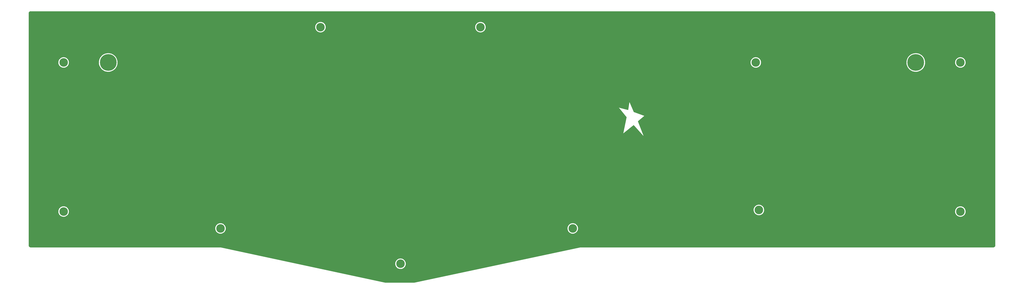
<source format=gbl>
G04 #@! TF.GenerationSoftware,KiCad,Pcbnew,(6.0.1-0)*
G04 #@! TF.CreationDate,2022-06-20T19:50:09-07:00*
G04 #@! TF.ProjectId,bottom,626f7474-6f6d-42e6-9b69-6361645f7063,rev?*
G04 #@! TF.SameCoordinates,Original*
G04 #@! TF.FileFunction,Copper,L2,Bot*
G04 #@! TF.FilePolarity,Positive*
%FSLAX46Y46*%
G04 Gerber Fmt 4.6, Leading zero omitted, Abs format (unit mm)*
G04 Created by KiCad (PCBNEW (6.0.1-0)) date 2022-06-20 19:50:09*
%MOMM*%
%LPD*%
G01*
G04 APERTURE LIST*
G04 #@! TA.AperFunction,ComponentPad*
%ADD10C,4.400000*%
G04 #@! TD*
G04 #@! TA.AperFunction,ComponentPad*
%ADD11C,8.600000*%
G04 #@! TD*
G04 APERTURE END LIST*
D10*
X234156250Y-233362500D03*
X376237500Y-251618750D03*
X151606250Y-233362500D03*
D11*
X42068750Y-251618750D03*
D10*
X100012500Y-337343750D03*
X481806250Y-328612500D03*
X192881250Y-355600000D03*
X281781250Y-337343750D03*
X481806250Y-251618750D03*
X19050000Y-328612500D03*
D11*
X458787500Y-251618750D03*
D10*
X19050000Y-251618750D03*
X377825000Y-327818750D03*
G04 #@! TA.AperFunction,NonConductor*
G36*
X497945057Y-225140750D02*
G01*
X497959858Y-225143055D01*
X497959861Y-225143055D01*
X497968730Y-225144436D01*
X497984999Y-225142309D01*
X498009567Y-225141516D01*
X498211266Y-225154736D01*
X498227606Y-225156887D01*
X498451733Y-225201468D01*
X498467654Y-225205734D01*
X498684043Y-225279189D01*
X498699269Y-225285496D01*
X498904217Y-225386565D01*
X498918491Y-225394806D01*
X499108497Y-225521764D01*
X499121572Y-225531797D01*
X499293386Y-225682473D01*
X499305027Y-225694114D01*
X499441330Y-225849539D01*
X499455703Y-225865928D01*
X499465736Y-225879003D01*
X499592694Y-226069009D01*
X499600935Y-226083283D01*
X499702004Y-226288231D01*
X499708311Y-226303457D01*
X499781766Y-226519846D01*
X499786032Y-226535767D01*
X499830613Y-226759894D01*
X499832764Y-226776234D01*
X499845514Y-226970768D01*
X499844489Y-226993804D01*
X499844446Y-226997354D01*
X499843064Y-227006230D01*
X499845524Y-227025039D01*
X499847186Y-227037751D01*
X499848250Y-227054089D01*
X499848250Y-346025672D01*
X499846750Y-346045056D01*
X499843064Y-346068730D01*
X499844718Y-346081375D01*
X499845302Y-346108692D01*
X499832811Y-346251472D01*
X499828998Y-346273096D01*
X499808632Y-346349104D01*
X499786001Y-346433564D01*
X499778489Y-346454202D01*
X499708282Y-346604760D01*
X499697300Y-346623780D01*
X499602015Y-346759862D01*
X499587897Y-346776687D01*
X499470437Y-346894147D01*
X499453612Y-346908265D01*
X499317530Y-347003550D01*
X499298510Y-347014532D01*
X499147952Y-347084739D01*
X499127315Y-347092250D01*
X498966846Y-347135248D01*
X498945225Y-347139060D01*
X498895330Y-347143426D01*
X498809331Y-347150949D01*
X498792871Y-347150396D01*
X498792866Y-347150805D01*
X498783892Y-347150695D01*
X498775020Y-347149314D01*
X498766118Y-347150478D01*
X498766115Y-347150478D01*
X498743499Y-347153436D01*
X498727161Y-347154500D01*
X285823103Y-347154500D01*
X285812169Y-347154025D01*
X285803277Y-347153251D01*
X285794532Y-347151211D01*
X285744786Y-347153968D01*
X285738669Y-347154307D01*
X285731697Y-347154500D01*
X285713523Y-347154500D01*
X285705824Y-347155603D01*
X285705264Y-347155683D01*
X285694376Y-347156762D01*
X285693352Y-347156819D01*
X285682897Y-347157398D01*
X285678140Y-347158411D01*
X285678125Y-347158413D01*
X285665715Y-347161056D01*
X285657338Y-347162546D01*
X285620063Y-347167884D01*
X285605955Y-347169905D01*
X285597781Y-347173621D01*
X285589168Y-347176140D01*
X285589099Y-347175904D01*
X285576490Y-347180058D01*
X199984487Y-365407986D01*
X199958242Y-365410750D01*
X185011118Y-365410750D01*
X184984639Y-365407936D01*
X139224225Y-355571585D01*
X190167948Y-355571585D01*
X190184186Y-355897759D01*
X190184827Y-355901490D01*
X190184828Y-355901498D01*
X190199359Y-355986060D01*
X190239491Y-356219619D01*
X190333064Y-356532504D01*
X190463547Y-356831881D01*
X190465470Y-356835152D01*
X190465472Y-356835156D01*
X190507834Y-356907215D01*
X190629052Y-357113414D01*
X190631353Y-357116429D01*
X190824881Y-357370012D01*
X190824886Y-357370017D01*
X190827181Y-357373025D01*
X191055064Y-357606953D01*
X191127885Y-357665607D01*
X191306446Y-357809431D01*
X191306451Y-357809435D01*
X191309399Y-357811809D01*
X191586503Y-357984627D01*
X191882362Y-358122903D01*
X192192690Y-358224634D01*
X192512992Y-358288346D01*
X192516764Y-358288633D01*
X192516772Y-358288634D01*
X192834852Y-358312829D01*
X192834857Y-358312829D01*
X192838629Y-358313116D01*
X193164883Y-358298586D01*
X193224675Y-358288634D01*
X193483287Y-358245590D01*
X193483292Y-358245589D01*
X193487028Y-358244967D01*
X193800399Y-358153034D01*
X193803866Y-358151544D01*
X193803870Y-358151543D01*
X194096971Y-358025616D01*
X194096973Y-358025615D01*
X194100455Y-358024119D01*
X194382851Y-357860091D01*
X194643495Y-357663324D01*
X194878613Y-357436670D01*
X195084799Y-357183410D01*
X195259065Y-356907215D01*
X195398888Y-356612084D01*
X195425438Y-356532504D01*
X195501040Y-356305897D01*
X195501042Y-356305891D01*
X195502242Y-356302293D01*
X195567631Y-355982329D01*
X195574206Y-355901498D01*
X195593924Y-355659061D01*
X195594106Y-355656826D01*
X195594701Y-355600000D01*
X195592760Y-355567796D01*
X195575276Y-355277793D01*
X195575276Y-355277789D01*
X195575048Y-355274015D01*
X195569900Y-355245824D01*
X195517055Y-354956473D01*
X195517054Y-354956469D01*
X195516375Y-354952751D01*
X195508972Y-354928907D01*
X195420654Y-354644477D01*
X195419532Y-354640863D01*
X195285920Y-354342869D01*
X195117476Y-354063084D01*
X195115149Y-354060100D01*
X195115144Y-354060093D01*
X194918976Y-353808558D01*
X194918974Y-353808556D01*
X194916640Y-353805563D01*
X194686320Y-353574034D01*
X194429853Y-353371852D01*
X194150955Y-353201945D01*
X194147511Y-353200379D01*
X194147507Y-353200377D01*
X194036917Y-353150095D01*
X193853664Y-353066775D01*
X193542287Y-352968300D01*
X193324742Y-352927390D01*
X193225059Y-352908645D01*
X193225057Y-352908645D01*
X193221336Y-352907945D01*
X192895458Y-352886586D01*
X192891678Y-352886794D01*
X192891677Y-352886794D01*
X192794147Y-352892162D01*
X192569374Y-352904532D01*
X192565647Y-352905193D01*
X192565643Y-352905193D01*
X192408590Y-352933027D01*
X192247807Y-352961522D01*
X192244191Y-352962624D01*
X192244183Y-352962626D01*
X191939039Y-353055627D01*
X191935417Y-353056731D01*
X191636727Y-353188781D01*
X191611291Y-353203914D01*
X191359324Y-353353817D01*
X191359318Y-353353821D01*
X191356064Y-353355757D01*
X191097494Y-353555243D01*
X190864763Y-353784347D01*
X190862399Y-353787314D01*
X190862396Y-353787317D01*
X190845470Y-353808558D01*
X190661241Y-354039751D01*
X190489876Y-354317757D01*
X190353152Y-354614336D01*
X190351991Y-354617940D01*
X190351991Y-354617941D01*
X190343446Y-354644477D01*
X190253047Y-354925192D01*
X190252329Y-354928903D01*
X190252328Y-354928907D01*
X190191732Y-355242105D01*
X190191731Y-355242114D01*
X190191013Y-355245824D01*
X190167948Y-355571585D01*
X139224225Y-355571585D01*
X100190162Y-347181085D01*
X100179463Y-347177480D01*
X100179261Y-347178139D01*
X100170673Y-347175513D01*
X100162552Y-347171701D01*
X100153690Y-347170321D01*
X100153686Y-347170320D01*
X100125023Y-347165858D01*
X100107871Y-347163187D01*
X100100822Y-347161882D01*
X100083595Y-347158179D01*
X100074673Y-347157558D01*
X100064041Y-347156363D01*
X100052077Y-347154500D01*
X100035118Y-347154500D01*
X100026369Y-347154196D01*
X99984150Y-347151257D01*
X99984147Y-347151257D01*
X99975192Y-347150634D01*
X99966420Y-347152550D01*
X99957471Y-347153202D01*
X99957459Y-347153036D01*
X99943892Y-347154500D01*
X2136828Y-347154500D01*
X2117443Y-347153000D01*
X2102642Y-347150695D01*
X2102639Y-347150695D01*
X2093770Y-347149314D01*
X2081122Y-347150968D01*
X2053808Y-347151552D01*
X1966052Y-347143875D01*
X1911025Y-347139060D01*
X1889404Y-347135248D01*
X1728935Y-347092250D01*
X1708298Y-347084739D01*
X1557740Y-347014532D01*
X1538720Y-347003550D01*
X1402638Y-346908265D01*
X1385813Y-346894147D01*
X1268353Y-346776687D01*
X1254235Y-346759862D01*
X1158950Y-346623780D01*
X1147968Y-346604760D01*
X1077761Y-346454202D01*
X1070249Y-346433564D01*
X1047618Y-346349104D01*
X1027252Y-346273096D01*
X1023439Y-346251472D01*
X1011846Y-346118954D01*
X1011871Y-346096716D01*
X1012263Y-346092340D01*
X1013071Y-346087539D01*
X1013224Y-346075000D01*
X1009273Y-346047412D01*
X1008000Y-346029549D01*
X1008000Y-337315335D01*
X97299198Y-337315335D01*
X97315436Y-337641509D01*
X97316077Y-337645240D01*
X97316078Y-337645248D01*
X97330609Y-337729810D01*
X97370741Y-337963369D01*
X97464314Y-338276254D01*
X97594797Y-338575631D01*
X97596720Y-338578902D01*
X97596722Y-338578906D01*
X97639084Y-338650965D01*
X97760302Y-338857164D01*
X97762603Y-338860179D01*
X97956131Y-339113762D01*
X97956136Y-339113767D01*
X97958431Y-339116775D01*
X98186314Y-339350703D01*
X98259135Y-339409357D01*
X98437696Y-339553181D01*
X98437701Y-339553185D01*
X98440649Y-339555559D01*
X98717753Y-339728377D01*
X99013612Y-339866653D01*
X99323940Y-339968384D01*
X99644242Y-340032096D01*
X99648014Y-340032383D01*
X99648022Y-340032384D01*
X99966102Y-340056579D01*
X99966107Y-340056579D01*
X99969879Y-340056866D01*
X100296133Y-340042336D01*
X100355925Y-340032384D01*
X100614537Y-339989340D01*
X100614542Y-339989339D01*
X100618278Y-339988717D01*
X100931649Y-339896784D01*
X100935116Y-339895294D01*
X100935120Y-339895293D01*
X101228221Y-339769366D01*
X101228223Y-339769365D01*
X101231705Y-339767869D01*
X101514101Y-339603841D01*
X101774745Y-339407074D01*
X102009863Y-339180420D01*
X102216049Y-338927160D01*
X102390315Y-338650965D01*
X102530138Y-338355834D01*
X102556688Y-338276254D01*
X102632290Y-338049647D01*
X102632292Y-338049641D01*
X102633492Y-338046043D01*
X102698881Y-337726079D01*
X102705456Y-337645248D01*
X102725174Y-337402811D01*
X102725356Y-337400576D01*
X102725951Y-337343750D01*
X102724238Y-337315335D01*
X279067948Y-337315335D01*
X279084186Y-337641509D01*
X279084827Y-337645240D01*
X279084828Y-337645248D01*
X279099359Y-337729810D01*
X279139491Y-337963369D01*
X279233064Y-338276254D01*
X279363547Y-338575631D01*
X279365470Y-338578902D01*
X279365472Y-338578906D01*
X279407834Y-338650965D01*
X279529052Y-338857164D01*
X279531353Y-338860179D01*
X279724881Y-339113762D01*
X279724886Y-339113767D01*
X279727181Y-339116775D01*
X279955064Y-339350703D01*
X280027885Y-339409357D01*
X280206446Y-339553181D01*
X280206451Y-339553185D01*
X280209399Y-339555559D01*
X280486503Y-339728377D01*
X280782362Y-339866653D01*
X281092690Y-339968384D01*
X281412992Y-340032096D01*
X281416764Y-340032383D01*
X281416772Y-340032384D01*
X281734852Y-340056579D01*
X281734857Y-340056579D01*
X281738629Y-340056866D01*
X282064883Y-340042336D01*
X282124675Y-340032384D01*
X282383287Y-339989340D01*
X282383292Y-339989339D01*
X282387028Y-339988717D01*
X282700399Y-339896784D01*
X282703866Y-339895294D01*
X282703870Y-339895293D01*
X282996971Y-339769366D01*
X282996973Y-339769365D01*
X283000455Y-339767869D01*
X283282851Y-339603841D01*
X283543495Y-339407074D01*
X283778613Y-339180420D01*
X283984799Y-338927160D01*
X284159065Y-338650965D01*
X284298888Y-338355834D01*
X284325438Y-338276254D01*
X284401040Y-338049647D01*
X284401042Y-338049641D01*
X284402242Y-338046043D01*
X284467631Y-337726079D01*
X284474206Y-337645248D01*
X284493924Y-337402811D01*
X284494106Y-337400576D01*
X284494701Y-337343750D01*
X284492760Y-337311546D01*
X284475276Y-337021543D01*
X284475276Y-337021539D01*
X284475048Y-337017765D01*
X284469900Y-336989574D01*
X284417055Y-336700223D01*
X284417054Y-336700219D01*
X284416375Y-336696501D01*
X284408972Y-336672657D01*
X284320654Y-336388227D01*
X284319532Y-336384613D01*
X284185920Y-336086619D01*
X284017476Y-335806834D01*
X284015149Y-335803850D01*
X284015144Y-335803843D01*
X283818976Y-335552308D01*
X283818974Y-335552306D01*
X283816640Y-335549313D01*
X283586320Y-335317784D01*
X283329853Y-335115602D01*
X283050955Y-334945695D01*
X283047511Y-334944129D01*
X283047507Y-334944127D01*
X282936917Y-334893845D01*
X282753664Y-334810525D01*
X282442287Y-334712050D01*
X282224742Y-334671140D01*
X282125059Y-334652395D01*
X282125057Y-334652395D01*
X282121336Y-334651695D01*
X281795458Y-334630336D01*
X281791678Y-334630544D01*
X281791677Y-334630544D01*
X281694147Y-334635912D01*
X281469374Y-334648282D01*
X281465647Y-334648943D01*
X281465643Y-334648943D01*
X281308591Y-334676777D01*
X281147807Y-334705272D01*
X281144191Y-334706374D01*
X281144183Y-334706376D01*
X280839039Y-334799377D01*
X280835417Y-334800481D01*
X280536727Y-334932531D01*
X280511291Y-334947664D01*
X280259324Y-335097567D01*
X280259318Y-335097571D01*
X280256064Y-335099507D01*
X279997494Y-335298993D01*
X279764763Y-335528097D01*
X279762399Y-335531064D01*
X279762396Y-335531067D01*
X279745470Y-335552308D01*
X279561241Y-335783501D01*
X279389876Y-336061507D01*
X279253152Y-336358086D01*
X279251991Y-336361690D01*
X279251991Y-336361691D01*
X279243446Y-336388227D01*
X279153047Y-336668942D01*
X279152329Y-336672653D01*
X279152328Y-336672657D01*
X279091732Y-336985855D01*
X279091731Y-336985864D01*
X279091013Y-336989574D01*
X279067948Y-337315335D01*
X102724238Y-337315335D01*
X102724010Y-337311546D01*
X102706526Y-337021543D01*
X102706526Y-337021539D01*
X102706298Y-337017765D01*
X102701150Y-336989574D01*
X102648305Y-336700223D01*
X102648304Y-336700219D01*
X102647625Y-336696501D01*
X102640222Y-336672657D01*
X102551904Y-336388227D01*
X102550782Y-336384613D01*
X102417170Y-336086619D01*
X102248726Y-335806834D01*
X102246399Y-335803850D01*
X102246394Y-335803843D01*
X102050226Y-335552308D01*
X102050224Y-335552306D01*
X102047890Y-335549313D01*
X101817570Y-335317784D01*
X101561103Y-335115602D01*
X101282205Y-334945695D01*
X101278761Y-334944129D01*
X101278757Y-334944127D01*
X101168167Y-334893845D01*
X100984914Y-334810525D01*
X100673537Y-334712050D01*
X100455992Y-334671140D01*
X100356309Y-334652395D01*
X100356307Y-334652395D01*
X100352586Y-334651695D01*
X100026708Y-334630336D01*
X100022928Y-334630544D01*
X100022927Y-334630544D01*
X99925397Y-334635912D01*
X99700624Y-334648282D01*
X99696897Y-334648943D01*
X99696893Y-334648943D01*
X99539841Y-334676777D01*
X99379057Y-334705272D01*
X99375441Y-334706374D01*
X99375433Y-334706376D01*
X99070289Y-334799377D01*
X99066667Y-334800481D01*
X98767977Y-334932531D01*
X98742541Y-334947664D01*
X98490574Y-335097567D01*
X98490568Y-335097571D01*
X98487314Y-335099507D01*
X98228744Y-335298993D01*
X97996013Y-335528097D01*
X97993649Y-335531064D01*
X97993646Y-335531067D01*
X97976720Y-335552308D01*
X97792491Y-335783501D01*
X97621126Y-336061507D01*
X97484402Y-336358086D01*
X97483241Y-336361690D01*
X97483241Y-336361691D01*
X97474696Y-336388227D01*
X97384297Y-336668942D01*
X97383579Y-336672653D01*
X97383578Y-336672657D01*
X97322982Y-336985855D01*
X97322981Y-336985864D01*
X97322263Y-336989574D01*
X97299198Y-337315335D01*
X1008000Y-337315335D01*
X1008000Y-328584085D01*
X16336698Y-328584085D01*
X16336887Y-328587877D01*
X16348803Y-328827232D01*
X16352936Y-328910259D01*
X16353577Y-328913990D01*
X16353578Y-328913998D01*
X16390553Y-329129178D01*
X16408241Y-329232119D01*
X16409329Y-329235758D01*
X16409330Y-329235761D01*
X16439063Y-329335179D01*
X16501814Y-329545004D01*
X16503327Y-329548475D01*
X16503329Y-329548481D01*
X16551086Y-329658053D01*
X16632297Y-329844381D01*
X16634220Y-329847652D01*
X16634222Y-329847656D01*
X16676584Y-329919715D01*
X16797802Y-330125914D01*
X16800103Y-330128929D01*
X16993631Y-330382512D01*
X16993636Y-330382517D01*
X16995931Y-330385525D01*
X17057931Y-330449170D01*
X17113640Y-330506356D01*
X17223814Y-330619453D01*
X17296635Y-330678107D01*
X17475196Y-330821931D01*
X17475201Y-330821935D01*
X17478149Y-330824309D01*
X17755253Y-330997127D01*
X18051112Y-331135403D01*
X18361440Y-331237134D01*
X18681742Y-331300846D01*
X18685514Y-331301133D01*
X18685522Y-331301134D01*
X19003602Y-331325329D01*
X19003607Y-331325329D01*
X19007379Y-331325616D01*
X19333633Y-331311086D01*
X19393425Y-331301134D01*
X19652037Y-331258090D01*
X19652042Y-331258089D01*
X19655778Y-331257467D01*
X19969149Y-331165534D01*
X19972616Y-331164044D01*
X19972620Y-331164043D01*
X20265721Y-331038116D01*
X20265723Y-331038115D01*
X20269205Y-331036619D01*
X20551601Y-330872591D01*
X20812245Y-330675824D01*
X20976476Y-330517505D01*
X21044632Y-330451803D01*
X21044635Y-330451800D01*
X21047363Y-330449170D01*
X21214100Y-330244366D01*
X21251155Y-330198851D01*
X21251158Y-330198847D01*
X21253549Y-330195910D01*
X21299776Y-330122644D01*
X21425788Y-329922928D01*
X21425790Y-329922925D01*
X21427815Y-329919715D01*
X21444567Y-329884357D01*
X21497726Y-329772150D01*
X21567638Y-329624584D01*
X21568840Y-329620982D01*
X21669790Y-329318397D01*
X21669792Y-329318391D01*
X21670992Y-329314793D01*
X21736381Y-328994829D01*
X21742956Y-328913998D01*
X21754798Y-328768399D01*
X21762856Y-328669326D01*
X21763451Y-328612500D01*
X21761510Y-328580296D01*
X21744026Y-328290293D01*
X21744026Y-328290289D01*
X21743798Y-328286515D01*
X21738650Y-328258324D01*
X21685805Y-327968973D01*
X21685804Y-327968969D01*
X21685125Y-327965251D01*
X21677722Y-327941407D01*
X21630813Y-327790335D01*
X375111698Y-327790335D01*
X375127936Y-328116509D01*
X375128577Y-328120240D01*
X375128578Y-328120248D01*
X375156508Y-328282789D01*
X375183241Y-328438369D01*
X375184329Y-328442008D01*
X375184330Y-328442011D01*
X375252981Y-328671561D01*
X375276814Y-328751254D01*
X375407297Y-329050631D01*
X375409220Y-329053902D01*
X375409222Y-329053906D01*
X375451584Y-329125965D01*
X375572802Y-329332164D01*
X375575103Y-329335179D01*
X375768631Y-329588762D01*
X375768636Y-329588767D01*
X375770931Y-329591775D01*
X375998814Y-329825703D01*
X376071635Y-329884357D01*
X376250196Y-330028181D01*
X376250201Y-330028185D01*
X376253149Y-330030559D01*
X376530253Y-330203377D01*
X376826112Y-330341653D01*
X377136440Y-330443384D01*
X377456742Y-330507096D01*
X377460514Y-330507383D01*
X377460522Y-330507384D01*
X377778602Y-330531579D01*
X377778607Y-330531579D01*
X377782379Y-330531866D01*
X378108633Y-330517336D01*
X378168425Y-330507384D01*
X378427037Y-330464340D01*
X378427042Y-330464339D01*
X378430778Y-330463717D01*
X378744149Y-330371784D01*
X378747616Y-330370294D01*
X378747620Y-330370293D01*
X379040721Y-330244366D01*
X379040723Y-330244365D01*
X379044205Y-330242869D01*
X379326601Y-330078841D01*
X379587245Y-329882074D01*
X379822363Y-329655420D01*
X380028549Y-329402160D01*
X380074776Y-329328894D01*
X380200788Y-329129178D01*
X380200790Y-329129175D01*
X380202815Y-329125965D01*
X380342638Y-328830834D01*
X380369188Y-328751254D01*
X380424960Y-328584085D01*
X479092948Y-328584085D01*
X479093137Y-328587877D01*
X479105053Y-328827232D01*
X479109186Y-328910259D01*
X479109827Y-328913990D01*
X479109828Y-328913998D01*
X479146803Y-329129178D01*
X479164491Y-329232119D01*
X479165579Y-329235758D01*
X479165580Y-329235761D01*
X479195313Y-329335179D01*
X479258064Y-329545004D01*
X479259577Y-329548475D01*
X479259579Y-329548481D01*
X479307336Y-329658053D01*
X479388547Y-329844381D01*
X479390470Y-329847652D01*
X479390472Y-329847656D01*
X479432834Y-329919715D01*
X479554052Y-330125914D01*
X479556353Y-330128929D01*
X479749881Y-330382512D01*
X479749886Y-330382517D01*
X479752181Y-330385525D01*
X479814181Y-330449170D01*
X479869890Y-330506356D01*
X479980064Y-330619453D01*
X480052885Y-330678107D01*
X480231446Y-330821931D01*
X480231451Y-330821935D01*
X480234399Y-330824309D01*
X480511503Y-330997127D01*
X480807362Y-331135403D01*
X481117690Y-331237134D01*
X481437992Y-331300846D01*
X481441764Y-331301133D01*
X481441772Y-331301134D01*
X481759852Y-331325329D01*
X481759857Y-331325329D01*
X481763629Y-331325616D01*
X482089883Y-331311086D01*
X482149675Y-331301134D01*
X482408287Y-331258090D01*
X482408292Y-331258089D01*
X482412028Y-331257467D01*
X482725399Y-331165534D01*
X482728866Y-331164044D01*
X482728870Y-331164043D01*
X483021971Y-331038116D01*
X483021973Y-331038115D01*
X483025455Y-331036619D01*
X483307851Y-330872591D01*
X483568495Y-330675824D01*
X483732726Y-330517505D01*
X483800882Y-330451803D01*
X483800885Y-330451800D01*
X483803613Y-330449170D01*
X483970350Y-330244366D01*
X484007405Y-330198851D01*
X484007408Y-330198847D01*
X484009799Y-330195910D01*
X484056026Y-330122644D01*
X484182038Y-329922928D01*
X484182040Y-329922925D01*
X484184065Y-329919715D01*
X484200817Y-329884357D01*
X484253977Y-329772149D01*
X484323888Y-329624584D01*
X484325090Y-329620982D01*
X484426040Y-329318397D01*
X484426042Y-329318391D01*
X484427242Y-329314793D01*
X484492631Y-328994829D01*
X484499206Y-328913998D01*
X484511048Y-328768399D01*
X484519106Y-328669326D01*
X484519701Y-328612500D01*
X484517760Y-328580296D01*
X484500276Y-328290293D01*
X484500276Y-328290289D01*
X484500048Y-328286515D01*
X484494900Y-328258324D01*
X484442055Y-327968973D01*
X484442054Y-327968969D01*
X484441375Y-327965251D01*
X484433972Y-327941407D01*
X484345654Y-327656977D01*
X484344532Y-327653363D01*
X484210920Y-327355369D01*
X484042476Y-327075584D01*
X484040149Y-327072600D01*
X484040144Y-327072593D01*
X483843976Y-326821058D01*
X483843974Y-326821056D01*
X483841640Y-326818063D01*
X483611320Y-326586534D01*
X483354853Y-326384352D01*
X483075955Y-326214445D01*
X483072511Y-326212879D01*
X483072507Y-326212877D01*
X482961917Y-326162595D01*
X482778664Y-326079275D01*
X482467287Y-325980800D01*
X482249742Y-325939890D01*
X482150059Y-325921145D01*
X482150057Y-325921145D01*
X482146336Y-325920445D01*
X481820458Y-325899086D01*
X481816678Y-325899294D01*
X481816677Y-325899294D01*
X481719147Y-325904662D01*
X481494374Y-325917032D01*
X481490647Y-325917693D01*
X481490643Y-325917693D01*
X481333590Y-325945527D01*
X481172807Y-325974022D01*
X481169191Y-325975124D01*
X481169183Y-325975126D01*
X480997970Y-326027308D01*
X480860417Y-326069231D01*
X480561727Y-326201281D01*
X480536291Y-326216414D01*
X480284324Y-326366317D01*
X480284318Y-326366321D01*
X480281064Y-326368257D01*
X480278062Y-326370573D01*
X480030432Y-326561619D01*
X480022494Y-326567743D01*
X479789763Y-326796847D01*
X479787399Y-326799814D01*
X479787396Y-326799817D01*
X479760885Y-326833086D01*
X479586241Y-327052251D01*
X479414876Y-327330257D01*
X479413287Y-327333704D01*
X479338218Y-327496543D01*
X479278152Y-327626836D01*
X479276991Y-327630440D01*
X479276991Y-327630441D01*
X479268446Y-327656977D01*
X479178047Y-327937692D01*
X479177329Y-327941403D01*
X479177328Y-327941407D01*
X479116732Y-328254605D01*
X479116731Y-328254614D01*
X479116013Y-328258324D01*
X479115746Y-328262100D01*
X479115745Y-328262105D01*
X479097156Y-328524647D01*
X479092948Y-328584085D01*
X380424960Y-328584085D01*
X380444790Y-328524647D01*
X380444792Y-328524641D01*
X380445992Y-328521043D01*
X380511381Y-328201079D01*
X380517956Y-328120248D01*
X380537674Y-327877811D01*
X380537856Y-327875576D01*
X380538451Y-327818750D01*
X380536510Y-327786546D01*
X380519026Y-327496543D01*
X380519026Y-327496539D01*
X380518798Y-327492765D01*
X380513650Y-327464574D01*
X380460805Y-327175223D01*
X380460804Y-327175219D01*
X380460125Y-327171501D01*
X380452722Y-327147657D01*
X380364404Y-326863227D01*
X380363282Y-326859613D01*
X380229670Y-326561619D01*
X380061226Y-326281834D01*
X380058899Y-326278850D01*
X380058894Y-326278843D01*
X379862726Y-326027308D01*
X379862724Y-326027306D01*
X379860390Y-326024313D01*
X379630070Y-325792784D01*
X379373603Y-325590602D01*
X379094705Y-325420695D01*
X379091261Y-325419129D01*
X379091257Y-325419127D01*
X378980667Y-325368845D01*
X378797414Y-325285525D01*
X378486037Y-325187050D01*
X378268492Y-325146140D01*
X378168809Y-325127395D01*
X378168807Y-325127395D01*
X378165086Y-325126695D01*
X377839208Y-325105336D01*
X377835428Y-325105544D01*
X377835427Y-325105544D01*
X377737897Y-325110912D01*
X377513124Y-325123282D01*
X377509397Y-325123943D01*
X377509393Y-325123943D01*
X377352341Y-325151777D01*
X377191557Y-325180272D01*
X377187941Y-325181374D01*
X377187933Y-325181376D01*
X376882789Y-325274377D01*
X376879167Y-325275481D01*
X376580477Y-325407531D01*
X376555041Y-325422664D01*
X376303074Y-325572567D01*
X376303068Y-325572571D01*
X376299814Y-325574507D01*
X376041244Y-325773993D01*
X376038534Y-325776661D01*
X375895941Y-325917032D01*
X375808513Y-326003097D01*
X375806149Y-326006064D01*
X375806146Y-326006067D01*
X375607356Y-326255533D01*
X375604991Y-326258501D01*
X375433626Y-326536507D01*
X375296902Y-326833086D01*
X375295741Y-326836690D01*
X375295741Y-326836691D01*
X375287196Y-326863227D01*
X375196797Y-327143942D01*
X375196079Y-327147653D01*
X375196078Y-327147657D01*
X375135482Y-327460855D01*
X375135481Y-327460864D01*
X375134763Y-327464574D01*
X375111698Y-327790335D01*
X21630813Y-327790335D01*
X21589404Y-327656977D01*
X21588282Y-327653363D01*
X21454670Y-327355369D01*
X21286226Y-327075584D01*
X21283899Y-327072600D01*
X21283894Y-327072593D01*
X21087726Y-326821058D01*
X21087724Y-326821056D01*
X21085390Y-326818063D01*
X20855070Y-326586534D01*
X20598603Y-326384352D01*
X20319705Y-326214445D01*
X20316261Y-326212879D01*
X20316257Y-326212877D01*
X20205667Y-326162595D01*
X20022414Y-326079275D01*
X19711037Y-325980800D01*
X19493492Y-325939890D01*
X19393809Y-325921145D01*
X19393807Y-325921145D01*
X19390086Y-325920445D01*
X19064208Y-325899086D01*
X19060428Y-325899294D01*
X19060427Y-325899294D01*
X18962897Y-325904662D01*
X18738124Y-325917032D01*
X18734397Y-325917693D01*
X18734393Y-325917693D01*
X18577341Y-325945527D01*
X18416557Y-325974022D01*
X18412941Y-325975124D01*
X18412933Y-325975126D01*
X18241720Y-326027308D01*
X18104167Y-326069231D01*
X17805477Y-326201281D01*
X17780041Y-326216414D01*
X17528074Y-326366317D01*
X17528068Y-326366321D01*
X17524814Y-326368257D01*
X17521812Y-326370573D01*
X17274182Y-326561619D01*
X17266244Y-326567743D01*
X17033513Y-326796847D01*
X17031149Y-326799814D01*
X17031146Y-326799817D01*
X17004635Y-326833086D01*
X16829991Y-327052251D01*
X16658626Y-327330257D01*
X16657037Y-327333704D01*
X16581968Y-327496543D01*
X16521902Y-327626836D01*
X16520741Y-327630440D01*
X16520741Y-327630441D01*
X16512196Y-327656977D01*
X16421797Y-327937692D01*
X16421079Y-327941403D01*
X16421078Y-327941407D01*
X16360482Y-328254605D01*
X16360481Y-328254614D01*
X16359763Y-328258324D01*
X16359496Y-328262100D01*
X16359495Y-328262105D01*
X16340906Y-328524647D01*
X16336698Y-328584085D01*
X1008000Y-328584085D01*
X1008000Y-274930000D01*
X305610000Y-274930000D01*
X309533332Y-279834165D01*
X309560268Y-279899854D01*
X309558502Y-279937559D01*
X307910000Y-288190000D01*
X307932199Y-288172233D01*
X313126884Y-284014528D01*
X313192566Y-283987577D01*
X313262392Y-284000415D01*
X313299523Y-284028888D01*
X318400000Y-289730000D01*
X315452136Y-282033898D01*
X315446449Y-281963132D01*
X315479924Y-281900523D01*
X315488848Y-281892277D01*
X318686117Y-279211640D01*
X318686117Y-279211639D01*
X318700000Y-279200000D01*
X317138770Y-278636790D01*
X313400175Y-277288100D01*
X313342884Y-277246168D01*
X313328072Y-277221376D01*
X311057447Y-272186514D01*
X311050000Y-272170000D01*
X310566765Y-274938250D01*
X310373593Y-276044848D01*
X310342175Y-276108515D01*
X310281323Y-276145088D01*
X310217341Y-276145016D01*
X305627515Y-274934619D01*
X305610000Y-274930000D01*
X1008000Y-274930000D01*
X1008000Y-251590335D01*
X16336698Y-251590335D01*
X16336887Y-251594127D01*
X16350654Y-251870661D01*
X16352936Y-251916509D01*
X16353577Y-251920240D01*
X16353578Y-251920248D01*
X16368109Y-252004810D01*
X16408241Y-252238369D01*
X16409329Y-252242008D01*
X16409330Y-252242011D01*
X16439842Y-252344034D01*
X16501814Y-252551254D01*
X16503327Y-252554725D01*
X16503329Y-252554731D01*
X16575612Y-252720575D01*
X16632297Y-252850631D01*
X16634220Y-252853902D01*
X16634222Y-252853906D01*
X16676584Y-252925965D01*
X16797802Y-253132164D01*
X16800103Y-253135179D01*
X16993631Y-253388762D01*
X16993636Y-253388767D01*
X16995931Y-253391775D01*
X17057931Y-253455420D01*
X17173352Y-253573902D01*
X17223814Y-253625703D01*
X17296635Y-253684357D01*
X17475196Y-253828181D01*
X17475201Y-253828185D01*
X17478149Y-253830559D01*
X17755253Y-254003377D01*
X18051112Y-254141653D01*
X18361440Y-254243384D01*
X18681742Y-254307096D01*
X18685514Y-254307383D01*
X18685522Y-254307384D01*
X19003602Y-254331579D01*
X19003607Y-254331579D01*
X19007379Y-254331866D01*
X19333633Y-254317336D01*
X19393425Y-254307384D01*
X19652037Y-254264340D01*
X19652042Y-254264339D01*
X19655778Y-254263717D01*
X19969149Y-254171784D01*
X19972616Y-254170294D01*
X19972620Y-254170293D01*
X20265721Y-254044366D01*
X20265723Y-254044365D01*
X20269205Y-254042869D01*
X20551601Y-253878841D01*
X20812245Y-253682074D01*
X20966995Y-253532895D01*
X21044632Y-253458053D01*
X21044635Y-253458050D01*
X21047363Y-253455420D01*
X21253549Y-253202160D01*
X21427815Y-252925965D01*
X21567638Y-252630834D01*
X21594188Y-252551254D01*
X21669790Y-252324647D01*
X21669792Y-252324641D01*
X21670992Y-252321043D01*
X21736381Y-252001079D01*
X21742956Y-251920248D01*
X21762674Y-251677811D01*
X21762856Y-251675576D01*
X21763451Y-251618750D01*
X21761510Y-251586546D01*
X21755855Y-251492751D01*
X37257052Y-251492751D01*
X37264901Y-251920983D01*
X37310786Y-252346821D01*
X37394344Y-252766894D01*
X37514913Y-253177877D01*
X37515940Y-253180490D01*
X37515940Y-253180491D01*
X37654401Y-253532895D01*
X37671539Y-253576515D01*
X37672794Y-253579026D01*
X37840911Y-253915481D01*
X37862981Y-253959651D01*
X38087724Y-254324252D01*
X38343989Y-254667432D01*
X38345850Y-254669510D01*
X38345851Y-254669511D01*
X38627877Y-254984387D01*
X38627883Y-254984393D01*
X38629745Y-254986472D01*
X38942731Y-255278848D01*
X39280469Y-255542243D01*
X39640283Y-255774572D01*
X39642762Y-255775876D01*
X39642765Y-255775878D01*
X40016827Y-255972682D01*
X40016833Y-255972685D01*
X40019327Y-255973997D01*
X40021925Y-255975081D01*
X40021929Y-255975083D01*
X40412013Y-256137859D01*
X40412018Y-256137861D01*
X40414597Y-256138937D01*
X40417262Y-256139780D01*
X40417268Y-256139782D01*
X40639311Y-256210004D01*
X40822964Y-256268086D01*
X41241196Y-256360423D01*
X41243970Y-256360781D01*
X41243971Y-256360781D01*
X41663210Y-256414859D01*
X41663217Y-256414860D01*
X41665980Y-256415216D01*
X41668767Y-256415326D01*
X41668773Y-256415326D01*
X41916988Y-256425078D01*
X42093953Y-256432031D01*
X42096745Y-256431892D01*
X42096750Y-256431892D01*
X42518922Y-256410875D01*
X42518931Y-256410874D01*
X42521726Y-256410735D01*
X42524503Y-256410347D01*
X42524505Y-256410347D01*
X42598816Y-256399969D01*
X42945913Y-256351497D01*
X43363154Y-256254786D01*
X43577057Y-256184665D01*
X43767494Y-256122237D01*
X43767500Y-256122235D01*
X43770147Y-256121367D01*
X44163668Y-255952297D01*
X44540602Y-255748914D01*
X44897964Y-255512830D01*
X45232925Y-255245912D01*
X45542832Y-254950275D01*
X45544669Y-254948181D01*
X45544677Y-254948172D01*
X45823385Y-254630366D01*
X45825232Y-254628260D01*
X46077889Y-254282416D01*
X46089789Y-254262651D01*
X46297351Y-253917892D01*
X46297356Y-253917883D01*
X46298802Y-253915481D01*
X46486221Y-253530361D01*
X46619474Y-253180491D01*
X46637668Y-253132721D01*
X46637670Y-253132714D01*
X46638664Y-253130105D01*
X46754923Y-252717882D01*
X46771970Y-252627232D01*
X46833561Y-252299704D01*
X46833563Y-252299692D01*
X46834077Y-252296957D01*
X46875500Y-251870661D01*
X46876944Y-251815530D01*
X46882039Y-251620984D01*
X46882039Y-251620970D01*
X46882097Y-251618750D01*
X46880832Y-251590335D01*
X373524198Y-251590335D01*
X373524387Y-251594127D01*
X373538154Y-251870661D01*
X373540436Y-251916509D01*
X373541077Y-251920240D01*
X373541078Y-251920248D01*
X373555609Y-252004810D01*
X373595741Y-252238369D01*
X373596829Y-252242008D01*
X373596830Y-252242011D01*
X373627342Y-252344034D01*
X373689314Y-252551254D01*
X373690827Y-252554725D01*
X373690829Y-252554731D01*
X373763112Y-252720575D01*
X373819797Y-252850631D01*
X373821720Y-252853902D01*
X373821722Y-252853906D01*
X373864084Y-252925965D01*
X373985302Y-253132164D01*
X373987603Y-253135179D01*
X374181131Y-253388762D01*
X374181136Y-253388767D01*
X374183431Y-253391775D01*
X374245431Y-253455420D01*
X374360852Y-253573902D01*
X374411314Y-253625703D01*
X374484135Y-253684357D01*
X374662696Y-253828181D01*
X374662701Y-253828185D01*
X374665649Y-253830559D01*
X374942753Y-254003377D01*
X375238612Y-254141653D01*
X375548940Y-254243384D01*
X375869242Y-254307096D01*
X375873014Y-254307383D01*
X375873022Y-254307384D01*
X376191102Y-254331579D01*
X376191107Y-254331579D01*
X376194879Y-254331866D01*
X376521133Y-254317336D01*
X376580925Y-254307384D01*
X376839537Y-254264340D01*
X376839542Y-254264339D01*
X376843278Y-254263717D01*
X377156649Y-254171784D01*
X377160116Y-254170294D01*
X377160120Y-254170293D01*
X377453221Y-254044366D01*
X377453223Y-254044365D01*
X377456705Y-254042869D01*
X377739101Y-253878841D01*
X377999745Y-253682074D01*
X378154495Y-253532895D01*
X378232132Y-253458053D01*
X378232135Y-253458050D01*
X378234863Y-253455420D01*
X378441049Y-253202160D01*
X378615315Y-252925965D01*
X378755138Y-252630834D01*
X378781688Y-252551254D01*
X378857290Y-252324647D01*
X378857292Y-252324641D01*
X378858492Y-252321043D01*
X378923881Y-252001079D01*
X378930456Y-251920248D01*
X378950174Y-251677811D01*
X378950356Y-251675576D01*
X378950951Y-251618750D01*
X378949010Y-251586546D01*
X378943355Y-251492751D01*
X453975802Y-251492751D01*
X453983651Y-251920983D01*
X454029536Y-252346821D01*
X454113094Y-252766894D01*
X454233663Y-253177877D01*
X454234690Y-253180490D01*
X454234690Y-253180491D01*
X454373151Y-253532895D01*
X454390289Y-253576515D01*
X454391544Y-253579026D01*
X454559661Y-253915481D01*
X454581731Y-253959651D01*
X454806474Y-254324252D01*
X455062739Y-254667432D01*
X455064600Y-254669510D01*
X455064601Y-254669511D01*
X455346627Y-254984387D01*
X455346633Y-254984393D01*
X455348495Y-254986472D01*
X455661481Y-255278848D01*
X455999219Y-255542243D01*
X456359033Y-255774572D01*
X456361512Y-255775876D01*
X456361515Y-255775878D01*
X456735577Y-255972682D01*
X456735583Y-255972685D01*
X456738077Y-255973997D01*
X456740675Y-255975081D01*
X456740679Y-255975083D01*
X457130763Y-256137859D01*
X457130768Y-256137861D01*
X457133347Y-256138937D01*
X457136012Y-256139780D01*
X457136018Y-256139782D01*
X457358061Y-256210004D01*
X457541714Y-256268086D01*
X457959946Y-256360423D01*
X457962720Y-256360781D01*
X457962721Y-256360781D01*
X458381960Y-256414859D01*
X458381967Y-256414860D01*
X458384730Y-256415216D01*
X458387517Y-256415326D01*
X458387523Y-256415326D01*
X458635738Y-256425078D01*
X458812703Y-256432031D01*
X458815495Y-256431892D01*
X458815500Y-256431892D01*
X459237672Y-256410875D01*
X459237681Y-256410874D01*
X459240476Y-256410735D01*
X459243253Y-256410347D01*
X459243255Y-256410347D01*
X459317566Y-256399969D01*
X459664663Y-256351497D01*
X460081904Y-256254786D01*
X460295807Y-256184665D01*
X460486244Y-256122237D01*
X460486250Y-256122235D01*
X460488897Y-256121367D01*
X460882418Y-255952297D01*
X461259352Y-255748914D01*
X461616714Y-255512830D01*
X461951675Y-255245912D01*
X462261582Y-254950275D01*
X462263419Y-254948181D01*
X462263427Y-254948172D01*
X462542135Y-254630366D01*
X462543982Y-254628260D01*
X462796639Y-254282416D01*
X462808539Y-254262651D01*
X463016101Y-253917892D01*
X463016106Y-253917883D01*
X463017552Y-253915481D01*
X463204971Y-253530361D01*
X463338224Y-253180491D01*
X463356418Y-253132721D01*
X463356420Y-253132714D01*
X463357414Y-253130105D01*
X463473673Y-252717882D01*
X463490720Y-252627232D01*
X463552311Y-252299704D01*
X463552313Y-252299692D01*
X463552827Y-252296957D01*
X463594250Y-251870661D01*
X463595694Y-251815530D01*
X463600789Y-251620984D01*
X463600789Y-251620970D01*
X463600847Y-251618750D01*
X463599582Y-251590335D01*
X479092948Y-251590335D01*
X479093137Y-251594127D01*
X479106904Y-251870661D01*
X479109186Y-251916509D01*
X479109827Y-251920240D01*
X479109828Y-251920248D01*
X479124359Y-252004810D01*
X479164491Y-252238369D01*
X479165579Y-252242008D01*
X479165580Y-252242011D01*
X479196092Y-252344034D01*
X479258064Y-252551254D01*
X479259577Y-252554725D01*
X479259579Y-252554731D01*
X479331862Y-252720575D01*
X479388547Y-252850631D01*
X479390470Y-252853902D01*
X479390472Y-252853906D01*
X479432834Y-252925965D01*
X479554052Y-253132164D01*
X479556353Y-253135179D01*
X479749881Y-253388762D01*
X479749886Y-253388767D01*
X479752181Y-253391775D01*
X479814181Y-253455420D01*
X479929602Y-253573902D01*
X479980064Y-253625703D01*
X480052885Y-253684357D01*
X480231446Y-253828181D01*
X480231451Y-253828185D01*
X480234399Y-253830559D01*
X480511503Y-254003377D01*
X480807362Y-254141653D01*
X481117690Y-254243384D01*
X481437992Y-254307096D01*
X481441764Y-254307383D01*
X481441772Y-254307384D01*
X481759852Y-254331579D01*
X481759857Y-254331579D01*
X481763629Y-254331866D01*
X482089883Y-254317336D01*
X482149675Y-254307384D01*
X482408287Y-254264340D01*
X482408292Y-254264339D01*
X482412028Y-254263717D01*
X482725399Y-254171784D01*
X482728866Y-254170294D01*
X482728870Y-254170293D01*
X483021971Y-254044366D01*
X483021973Y-254044365D01*
X483025455Y-254042869D01*
X483307851Y-253878841D01*
X483568495Y-253682074D01*
X483723245Y-253532895D01*
X483800882Y-253458053D01*
X483800885Y-253458050D01*
X483803613Y-253455420D01*
X484009799Y-253202160D01*
X484184065Y-252925965D01*
X484323888Y-252630834D01*
X484350438Y-252551254D01*
X484426040Y-252324647D01*
X484426042Y-252324641D01*
X484427242Y-252321043D01*
X484492631Y-252001079D01*
X484499206Y-251920248D01*
X484518924Y-251677811D01*
X484519106Y-251675576D01*
X484519701Y-251618750D01*
X484517760Y-251586546D01*
X484500276Y-251296543D01*
X484500276Y-251296539D01*
X484500048Y-251292765D01*
X484494900Y-251264574D01*
X484442055Y-250975223D01*
X484442054Y-250975219D01*
X484441375Y-250971501D01*
X484433972Y-250947657D01*
X484345654Y-250663227D01*
X484344532Y-250659613D01*
X484210920Y-250361619D01*
X484042476Y-250081834D01*
X484040149Y-250078850D01*
X484040144Y-250078843D01*
X483843976Y-249827308D01*
X483843974Y-249827306D01*
X483841640Y-249824313D01*
X483611320Y-249592784D01*
X483354853Y-249390602D01*
X483075955Y-249220695D01*
X483072511Y-249219129D01*
X483072507Y-249219127D01*
X482956117Y-249166208D01*
X482778664Y-249085525D01*
X482467287Y-248987050D01*
X482249742Y-248946140D01*
X482150059Y-248927395D01*
X482150057Y-248927395D01*
X482146336Y-248926695D01*
X481820458Y-248905336D01*
X481816678Y-248905544D01*
X481816677Y-248905544D01*
X481719147Y-248910912D01*
X481494374Y-248923282D01*
X481490647Y-248923943D01*
X481490643Y-248923943D01*
X481333591Y-248951777D01*
X481172807Y-248980272D01*
X481169191Y-248981374D01*
X481169183Y-248981376D01*
X480864039Y-249074377D01*
X480860417Y-249075481D01*
X480561727Y-249207531D01*
X480536291Y-249222664D01*
X480284324Y-249372567D01*
X480284318Y-249372571D01*
X480281064Y-249374507D01*
X480278062Y-249376823D01*
X480054716Y-249549134D01*
X480022494Y-249573993D01*
X479789763Y-249803097D01*
X479787399Y-249806064D01*
X479787396Y-249806067D01*
X479588606Y-250055533D01*
X479586241Y-250058501D01*
X479414876Y-250336507D01*
X479278152Y-250633086D01*
X479276991Y-250636690D01*
X479276991Y-250636691D01*
X479268446Y-250663227D01*
X479178047Y-250943942D01*
X479177329Y-250947653D01*
X479177328Y-250947657D01*
X479116732Y-251260855D01*
X479116731Y-251260864D01*
X479116013Y-251264574D01*
X479092948Y-251590335D01*
X463599582Y-251590335D01*
X463581791Y-251190871D01*
X463524775Y-250766380D01*
X463500617Y-250659613D01*
X463430868Y-250351368D01*
X463430868Y-250351367D01*
X463430250Y-250348637D01*
X463345379Y-250085087D01*
X463299818Y-249943606D01*
X463299816Y-249943599D01*
X463298963Y-249940952D01*
X463180817Y-249661940D01*
X463133050Y-249549134D01*
X463133048Y-249549129D01*
X463131956Y-249546551D01*
X462930550Y-249168557D01*
X462875572Y-249084381D01*
X462697881Y-248812323D01*
X462697878Y-248812319D01*
X462696340Y-248809964D01*
X462431180Y-248473610D01*
X462137170Y-248162159D01*
X462135079Y-248160306D01*
X462135071Y-248160298D01*
X461818737Y-247879938D01*
X461818735Y-247879936D01*
X461816637Y-247878077D01*
X461472121Y-247623613D01*
X461279233Y-247506105D01*
X461108737Y-247402237D01*
X461108730Y-247402233D01*
X461106348Y-247400782D01*
X460989014Y-247342919D01*
X460724728Y-247212588D01*
X460722214Y-247211348D01*
X460322762Y-247056812D01*
X460076178Y-246985872D01*
X459913835Y-246939167D01*
X459913829Y-246939165D01*
X459911154Y-246938396D01*
X459908417Y-246937867D01*
X459908411Y-246937865D01*
X459763328Y-246909796D01*
X459490648Y-246857039D01*
X459487874Y-246856755D01*
X459487862Y-246856753D01*
X459204611Y-246827732D01*
X459064576Y-246813384D01*
X459061786Y-246813347D01*
X459061778Y-246813347D01*
X458794325Y-246809846D01*
X458636309Y-246807778D01*
X458633509Y-246807991D01*
X458633508Y-246807991D01*
X458558864Y-246813669D01*
X458209240Y-246840264D01*
X457786749Y-246910586D01*
X457701171Y-246932798D01*
X457374900Y-247017481D01*
X457374889Y-247017484D01*
X457372182Y-247018187D01*
X457114075Y-247110349D01*
X456971464Y-247161270D01*
X456971459Y-247161272D01*
X456968821Y-247162214D01*
X456966281Y-247163385D01*
X456966276Y-247163387D01*
X456864430Y-247210339D01*
X456579861Y-247341527D01*
X456208380Y-247554707D01*
X456206077Y-247556316D01*
X456206070Y-247556321D01*
X455859629Y-247798451D01*
X455857320Y-247800065D01*
X455529461Y-248075659D01*
X455227399Y-248379307D01*
X454953525Y-248708605D01*
X454951931Y-248710912D01*
X454951929Y-248710914D01*
X454802310Y-248927395D01*
X454710008Y-249060944D01*
X454498776Y-249433536D01*
X454321502Y-249823430D01*
X454320580Y-249826056D01*
X454320575Y-249826068D01*
X454320140Y-249827308D01*
X454179589Y-250227540D01*
X454178898Y-250230260D01*
X454178897Y-250230264D01*
X454075678Y-250636691D01*
X454074161Y-250642664D01*
X454006052Y-251065518D01*
X453975802Y-251492751D01*
X378943355Y-251492751D01*
X378931526Y-251296543D01*
X378931526Y-251296539D01*
X378931298Y-251292765D01*
X378926150Y-251264574D01*
X378873305Y-250975223D01*
X378873304Y-250975219D01*
X378872625Y-250971501D01*
X378865222Y-250947657D01*
X378776904Y-250663227D01*
X378775782Y-250659613D01*
X378642170Y-250361619D01*
X378473726Y-250081834D01*
X378471399Y-250078850D01*
X378471394Y-250078843D01*
X378275226Y-249827308D01*
X378275224Y-249827306D01*
X378272890Y-249824313D01*
X378042570Y-249592784D01*
X377786103Y-249390602D01*
X377507205Y-249220695D01*
X377503761Y-249219129D01*
X377503757Y-249219127D01*
X377387367Y-249166208D01*
X377209914Y-249085525D01*
X376898537Y-248987050D01*
X376680992Y-248946140D01*
X376581309Y-248927395D01*
X376581307Y-248927395D01*
X376577586Y-248926695D01*
X376251708Y-248905336D01*
X376247928Y-248905544D01*
X376247927Y-248905544D01*
X376150397Y-248910912D01*
X375925624Y-248923282D01*
X375921897Y-248923943D01*
X375921893Y-248923943D01*
X375764841Y-248951777D01*
X375604057Y-248980272D01*
X375600441Y-248981374D01*
X375600433Y-248981376D01*
X375295289Y-249074377D01*
X375291667Y-249075481D01*
X374992977Y-249207531D01*
X374967541Y-249222664D01*
X374715574Y-249372567D01*
X374715568Y-249372571D01*
X374712314Y-249374507D01*
X374709312Y-249376823D01*
X374485966Y-249549134D01*
X374453744Y-249573993D01*
X374221013Y-249803097D01*
X374218649Y-249806064D01*
X374218646Y-249806067D01*
X374019856Y-250055533D01*
X374017491Y-250058501D01*
X373846126Y-250336507D01*
X373709402Y-250633086D01*
X373708241Y-250636690D01*
X373708241Y-250636691D01*
X373699696Y-250663227D01*
X373609297Y-250943942D01*
X373608579Y-250947653D01*
X373608578Y-250947657D01*
X373547982Y-251260855D01*
X373547981Y-251260864D01*
X373547263Y-251264574D01*
X373524198Y-251590335D01*
X46880832Y-251590335D01*
X46863041Y-251190871D01*
X46806025Y-250766380D01*
X46781867Y-250659613D01*
X46712118Y-250351368D01*
X46712118Y-250351367D01*
X46711500Y-250348637D01*
X46626629Y-250085087D01*
X46581068Y-249943606D01*
X46581066Y-249943599D01*
X46580213Y-249940952D01*
X46462067Y-249661940D01*
X46414300Y-249549134D01*
X46414298Y-249549129D01*
X46413206Y-249546551D01*
X46211800Y-249168557D01*
X46156822Y-249084381D01*
X45979131Y-248812323D01*
X45979128Y-248812319D01*
X45977590Y-248809964D01*
X45712430Y-248473610D01*
X45418420Y-248162159D01*
X45416329Y-248160306D01*
X45416321Y-248160298D01*
X45099987Y-247879938D01*
X45099985Y-247879936D01*
X45097887Y-247878077D01*
X44753371Y-247623613D01*
X44560483Y-247506105D01*
X44389987Y-247402237D01*
X44389980Y-247402233D01*
X44387598Y-247400782D01*
X44270264Y-247342919D01*
X44005978Y-247212588D01*
X44003464Y-247211348D01*
X43604012Y-247056812D01*
X43357428Y-246985872D01*
X43195085Y-246939167D01*
X43195079Y-246939165D01*
X43192404Y-246938396D01*
X43189667Y-246937867D01*
X43189661Y-246937865D01*
X43044578Y-246909796D01*
X42771898Y-246857039D01*
X42769124Y-246856755D01*
X42769112Y-246856753D01*
X42485861Y-246827732D01*
X42345826Y-246813384D01*
X42343036Y-246813347D01*
X42343028Y-246813347D01*
X42075575Y-246809846D01*
X41917559Y-246807778D01*
X41914759Y-246807991D01*
X41914758Y-246807991D01*
X41840114Y-246813669D01*
X41490490Y-246840264D01*
X41067999Y-246910586D01*
X40982421Y-246932798D01*
X40656150Y-247017481D01*
X40656139Y-247017484D01*
X40653432Y-247018187D01*
X40395325Y-247110349D01*
X40252714Y-247161270D01*
X40252709Y-247161272D01*
X40250071Y-247162214D01*
X40247531Y-247163385D01*
X40247526Y-247163387D01*
X40145680Y-247210339D01*
X39861111Y-247341527D01*
X39489630Y-247554707D01*
X39487327Y-247556316D01*
X39487320Y-247556321D01*
X39140879Y-247798451D01*
X39138570Y-247800065D01*
X38810711Y-248075659D01*
X38508649Y-248379307D01*
X38234775Y-248708605D01*
X38233181Y-248710912D01*
X38233179Y-248710914D01*
X38083560Y-248927395D01*
X37991258Y-249060944D01*
X37780026Y-249433536D01*
X37602752Y-249823430D01*
X37601830Y-249826056D01*
X37601825Y-249826068D01*
X37601390Y-249827308D01*
X37460839Y-250227540D01*
X37460148Y-250230260D01*
X37460147Y-250230264D01*
X37356928Y-250636691D01*
X37355411Y-250642664D01*
X37287302Y-251065518D01*
X37257052Y-251492751D01*
X21755855Y-251492751D01*
X21744026Y-251296543D01*
X21744026Y-251296539D01*
X21743798Y-251292765D01*
X21738650Y-251264574D01*
X21685805Y-250975223D01*
X21685804Y-250975219D01*
X21685125Y-250971501D01*
X21677722Y-250947657D01*
X21589404Y-250663227D01*
X21588282Y-250659613D01*
X21454670Y-250361619D01*
X21286226Y-250081834D01*
X21283899Y-250078850D01*
X21283894Y-250078843D01*
X21087726Y-249827308D01*
X21087724Y-249827306D01*
X21085390Y-249824313D01*
X20855070Y-249592784D01*
X20598603Y-249390602D01*
X20319705Y-249220695D01*
X20316261Y-249219129D01*
X20316257Y-249219127D01*
X20199867Y-249166208D01*
X20022414Y-249085525D01*
X19711037Y-248987050D01*
X19493492Y-248946140D01*
X19393809Y-248927395D01*
X19393807Y-248927395D01*
X19390086Y-248926695D01*
X19064208Y-248905336D01*
X19060428Y-248905544D01*
X19060427Y-248905544D01*
X18962897Y-248910912D01*
X18738124Y-248923282D01*
X18734397Y-248923943D01*
X18734393Y-248923943D01*
X18577341Y-248951777D01*
X18416557Y-248980272D01*
X18412941Y-248981374D01*
X18412933Y-248981376D01*
X18107789Y-249074377D01*
X18104167Y-249075481D01*
X17805477Y-249207531D01*
X17780041Y-249222664D01*
X17528074Y-249372567D01*
X17528068Y-249372571D01*
X17524814Y-249374507D01*
X17521812Y-249376823D01*
X17298466Y-249549134D01*
X17266244Y-249573993D01*
X17033513Y-249803097D01*
X17031149Y-249806064D01*
X17031146Y-249806067D01*
X16832356Y-250055533D01*
X16829991Y-250058501D01*
X16658626Y-250336507D01*
X16521902Y-250633086D01*
X16520741Y-250636690D01*
X16520741Y-250636691D01*
X16512196Y-250663227D01*
X16421797Y-250943942D01*
X16421079Y-250947653D01*
X16421078Y-250947657D01*
X16360482Y-251260855D01*
X16360481Y-251260864D01*
X16359763Y-251264574D01*
X16336698Y-251590335D01*
X1008000Y-251590335D01*
X1008000Y-233334085D01*
X148892948Y-233334085D01*
X148909186Y-233660259D01*
X148909827Y-233663990D01*
X148909828Y-233663998D01*
X148924359Y-233748560D01*
X148964491Y-233982119D01*
X149058064Y-234295004D01*
X149188547Y-234594381D01*
X149190470Y-234597652D01*
X149190472Y-234597656D01*
X149232834Y-234669715D01*
X149354052Y-234875914D01*
X149356353Y-234878929D01*
X149549881Y-235132512D01*
X149549886Y-235132517D01*
X149552181Y-235135525D01*
X149780064Y-235369453D01*
X149852885Y-235428107D01*
X150031446Y-235571931D01*
X150031451Y-235571935D01*
X150034399Y-235574309D01*
X150311503Y-235747127D01*
X150607362Y-235885403D01*
X150917690Y-235987134D01*
X151237992Y-236050846D01*
X151241764Y-236051133D01*
X151241772Y-236051134D01*
X151559852Y-236075329D01*
X151559857Y-236075329D01*
X151563629Y-236075616D01*
X151889883Y-236061086D01*
X151949675Y-236051134D01*
X152208287Y-236008090D01*
X152208292Y-236008089D01*
X152212028Y-236007467D01*
X152525399Y-235915534D01*
X152528866Y-235914044D01*
X152528870Y-235914043D01*
X152821971Y-235788116D01*
X152821973Y-235788115D01*
X152825455Y-235786619D01*
X153107851Y-235622591D01*
X153368495Y-235425824D01*
X153603613Y-235199170D01*
X153809799Y-234945910D01*
X153984065Y-234669715D01*
X154123888Y-234374584D01*
X154150438Y-234295004D01*
X154226040Y-234068397D01*
X154226042Y-234068391D01*
X154227242Y-234064793D01*
X154292631Y-233744829D01*
X154299206Y-233663998D01*
X154318924Y-233421561D01*
X154319106Y-233419326D01*
X154319701Y-233362500D01*
X154317988Y-233334085D01*
X231442948Y-233334085D01*
X231459186Y-233660259D01*
X231459827Y-233663990D01*
X231459828Y-233663998D01*
X231474359Y-233748560D01*
X231514491Y-233982119D01*
X231608064Y-234295004D01*
X231738547Y-234594381D01*
X231740470Y-234597652D01*
X231740472Y-234597656D01*
X231782834Y-234669715D01*
X231904052Y-234875914D01*
X231906353Y-234878929D01*
X232099881Y-235132512D01*
X232099886Y-235132517D01*
X232102181Y-235135525D01*
X232330064Y-235369453D01*
X232402885Y-235428107D01*
X232581446Y-235571931D01*
X232581451Y-235571935D01*
X232584399Y-235574309D01*
X232861503Y-235747127D01*
X233157362Y-235885403D01*
X233467690Y-235987134D01*
X233787992Y-236050846D01*
X233791764Y-236051133D01*
X233791772Y-236051134D01*
X234109852Y-236075329D01*
X234109857Y-236075329D01*
X234113629Y-236075616D01*
X234439883Y-236061086D01*
X234499675Y-236051134D01*
X234758287Y-236008090D01*
X234758292Y-236008089D01*
X234762028Y-236007467D01*
X235075399Y-235915534D01*
X235078866Y-235914044D01*
X235078870Y-235914043D01*
X235371971Y-235788116D01*
X235371973Y-235788115D01*
X235375455Y-235786619D01*
X235657851Y-235622591D01*
X235918495Y-235425824D01*
X236153613Y-235199170D01*
X236359799Y-234945910D01*
X236534065Y-234669715D01*
X236673888Y-234374584D01*
X236700438Y-234295004D01*
X236776040Y-234068397D01*
X236776042Y-234068391D01*
X236777242Y-234064793D01*
X236842631Y-233744829D01*
X236849206Y-233663998D01*
X236868924Y-233421561D01*
X236869106Y-233419326D01*
X236869701Y-233362500D01*
X236867760Y-233330296D01*
X236850276Y-233040293D01*
X236850276Y-233040289D01*
X236850048Y-233036515D01*
X236844900Y-233008324D01*
X236792055Y-232718973D01*
X236792054Y-232718969D01*
X236791375Y-232715251D01*
X236783972Y-232691407D01*
X236695654Y-232406977D01*
X236694532Y-232403363D01*
X236560920Y-232105369D01*
X236392476Y-231825584D01*
X236390149Y-231822600D01*
X236390144Y-231822593D01*
X236193976Y-231571058D01*
X236193974Y-231571056D01*
X236191640Y-231568063D01*
X235961320Y-231336534D01*
X235704853Y-231134352D01*
X235425955Y-230964445D01*
X235422511Y-230962879D01*
X235422507Y-230962877D01*
X235311917Y-230912595D01*
X235128664Y-230829275D01*
X234817287Y-230730800D01*
X234599742Y-230689890D01*
X234500059Y-230671145D01*
X234500057Y-230671145D01*
X234496336Y-230670445D01*
X234170458Y-230649086D01*
X234166678Y-230649294D01*
X234166677Y-230649294D01*
X234069147Y-230654662D01*
X233844374Y-230667032D01*
X233840647Y-230667693D01*
X233840643Y-230667693D01*
X233683590Y-230695527D01*
X233522807Y-230724022D01*
X233519191Y-230725124D01*
X233519183Y-230725126D01*
X233214039Y-230818127D01*
X233210417Y-230819231D01*
X232911727Y-230951281D01*
X232886291Y-230966414D01*
X232634324Y-231116317D01*
X232634318Y-231116321D01*
X232631064Y-231118257D01*
X232372494Y-231317743D01*
X232139763Y-231546847D01*
X232137399Y-231549814D01*
X232137396Y-231549817D01*
X232120470Y-231571058D01*
X231936241Y-231802251D01*
X231764876Y-232080257D01*
X231628152Y-232376836D01*
X231626991Y-232380440D01*
X231626991Y-232380441D01*
X231618446Y-232406977D01*
X231528047Y-232687692D01*
X231527329Y-232691403D01*
X231527328Y-232691407D01*
X231466732Y-233004605D01*
X231466731Y-233004614D01*
X231466013Y-233008324D01*
X231442948Y-233334085D01*
X154317988Y-233334085D01*
X154317760Y-233330296D01*
X154300276Y-233040293D01*
X154300276Y-233040289D01*
X154300048Y-233036515D01*
X154294900Y-233008324D01*
X154242055Y-232718973D01*
X154242054Y-232718969D01*
X154241375Y-232715251D01*
X154233972Y-232691407D01*
X154145654Y-232406977D01*
X154144532Y-232403363D01*
X154010920Y-232105369D01*
X153842476Y-231825584D01*
X153840149Y-231822600D01*
X153840144Y-231822593D01*
X153643976Y-231571058D01*
X153643974Y-231571056D01*
X153641640Y-231568063D01*
X153411320Y-231336534D01*
X153154853Y-231134352D01*
X152875955Y-230964445D01*
X152872511Y-230962879D01*
X152872507Y-230962877D01*
X152761917Y-230912595D01*
X152578664Y-230829275D01*
X152267287Y-230730800D01*
X152049742Y-230689890D01*
X151950059Y-230671145D01*
X151950057Y-230671145D01*
X151946336Y-230670445D01*
X151620458Y-230649086D01*
X151616678Y-230649294D01*
X151616677Y-230649294D01*
X151519147Y-230654662D01*
X151294374Y-230667032D01*
X151290647Y-230667693D01*
X151290643Y-230667693D01*
X151133590Y-230695527D01*
X150972807Y-230724022D01*
X150969191Y-230725124D01*
X150969183Y-230725126D01*
X150664039Y-230818127D01*
X150660417Y-230819231D01*
X150361727Y-230951281D01*
X150336291Y-230966414D01*
X150084324Y-231116317D01*
X150084318Y-231116321D01*
X150081064Y-231118257D01*
X149822494Y-231317743D01*
X149589763Y-231546847D01*
X149587399Y-231549814D01*
X149587396Y-231549817D01*
X149570470Y-231571058D01*
X149386241Y-231802251D01*
X149214876Y-232080257D01*
X149078152Y-232376836D01*
X149076991Y-232380440D01*
X149076991Y-232380441D01*
X149068446Y-232406977D01*
X148978047Y-232687692D01*
X148977329Y-232691403D01*
X148977328Y-232691407D01*
X148916732Y-233004605D01*
X148916731Y-233004614D01*
X148916013Y-233008324D01*
X148892948Y-233334085D01*
X1008000Y-233334085D01*
X1008000Y-226271957D01*
X1009746Y-226251053D01*
X1012264Y-226236085D01*
X1013071Y-226231289D01*
X1013224Y-226218750D01*
X1012534Y-226213929D01*
X1012040Y-226210478D01*
X1011247Y-226181642D01*
X1020500Y-226075875D01*
X1023440Y-226042275D01*
X1027252Y-226020654D01*
X1070250Y-225860185D01*
X1077761Y-225839548D01*
X1147968Y-225688990D01*
X1158950Y-225669970D01*
X1254235Y-225533888D01*
X1268353Y-225517063D01*
X1385813Y-225399603D01*
X1402638Y-225385485D01*
X1538720Y-225290200D01*
X1557740Y-225279218D01*
X1708298Y-225209011D01*
X1728935Y-225201500D01*
X1889404Y-225158502D01*
X1911025Y-225154690D01*
X1960920Y-225150324D01*
X2046919Y-225142801D01*
X2063379Y-225143354D01*
X2063384Y-225142945D01*
X2072358Y-225143055D01*
X2081230Y-225144436D01*
X2090132Y-225143272D01*
X2090135Y-225143272D01*
X2112751Y-225140314D01*
X2129089Y-225139250D01*
X497925672Y-225139250D01*
X497945057Y-225140750D01*
G37*
G04 #@! TD.AperFunction*
M02*

</source>
